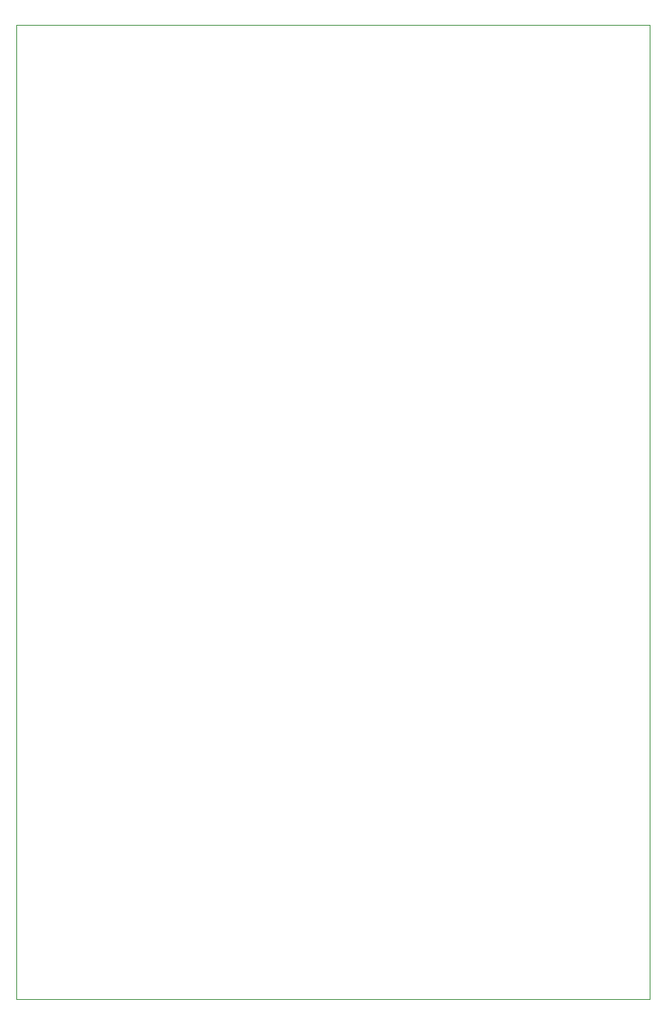
<source format=gm1>
G04 #@! TF.FileFunction,Profile,NP*
%FSLAX46Y46*%
G04 Gerber Fmt 4.6, Leading zero omitted, Abs format (unit mm)*
G04 Created by KiCad (PCBNEW (2016-08-20 BZR 7083)-product) date Thu Jun  8 07:23:42 2017*
%MOMM*%
%LPD*%
G01*
G04 APERTURE LIST*
%ADD10C,0.100000*%
G04 APERTURE END LIST*
D10*
X0Y106000000D02*
X0Y0D01*
X69000000Y106000000D02*
X0Y106000000D01*
X69000000Y0D02*
X69000000Y106000000D01*
X0Y0D02*
X69000000Y0D01*
M02*

</source>
